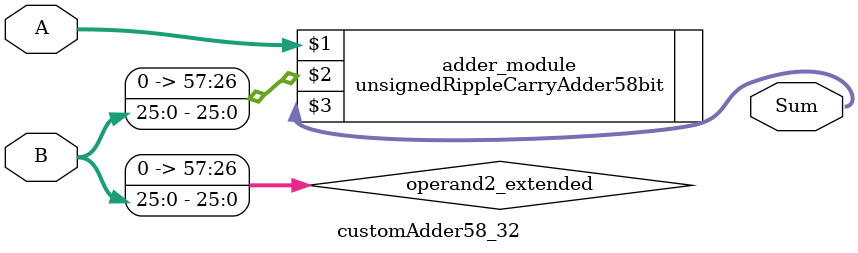
<source format=v>
module customAdder58_32(
                        input [57 : 0] A,
                        input [25 : 0] B,
                        
                        output [58 : 0] Sum
                );

        wire [57 : 0] operand2_extended;
        
        assign operand2_extended =  {32'b0, B};
        
        unsignedRippleCarryAdder58bit adder_module(
            A,
            operand2_extended,
            Sum
        );
        
        endmodule
        
</source>
